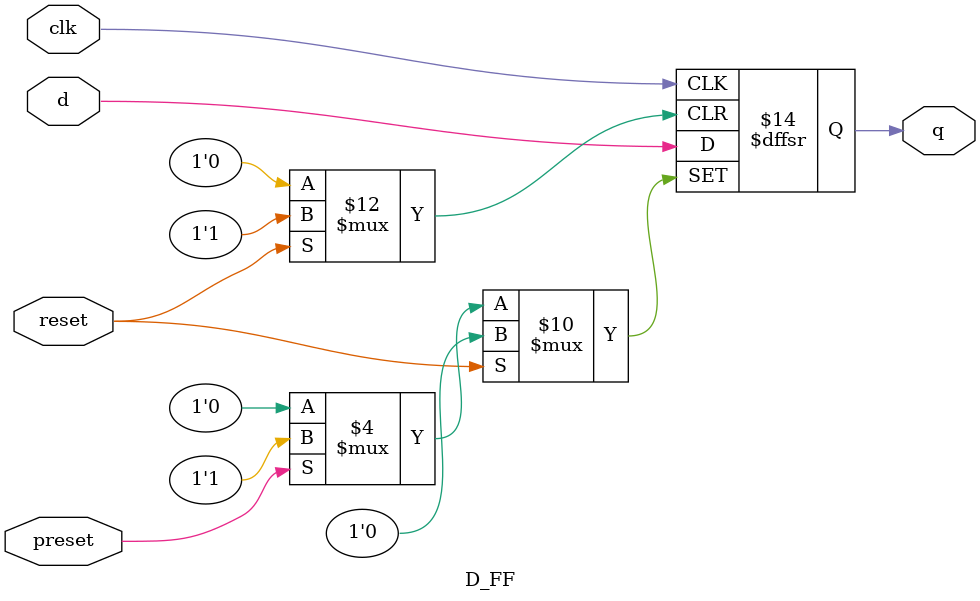
<source format=v>
module pulseGenArr(Q, in, clk);
    output [17:0] Q;
    input [17:0] in;
    input clk;

    pulseGen pg0(Q[0], in[0], clk);
    pulseGen pg1(Q[1], in[1], clk);
    pulseGen pg2(Q[2], in[2], clk);
    pulseGen pg3(Q[3], in[3], clk);
    pulseGen pg4(Q[4], in[4], clk);
    pulseGen pg5(Q[5], in[5], clk);
    pulseGen pg6(Q[6], in[6], clk);
    pulseGen pg7(Q[7], in[7], clk);
    pulseGen pg8(Q[8], in[8], clk);
    pulseGen pg9(Q[9], in[9], clk);
    pulseGen pg10(Q[10], in[10], clk);
    pulseGen pg11(Q[11], in[11], clk);
    pulseGen pg12(Q[12], in[12], clk);
    pulseGen pg13(Q[13], in[13], clk);
    pulseGen pg14(Q[14], in[14], clk);
    pulseGen pg15(Q[15], in[15], clk);
    pulseGen pg16(Q[16], in[16], clk);
    pulseGen pg17(Q[17], in[17], clk);
endmodule

module pulseGen(q, in, clk);
    output q;
    input in, clk;
    wire nin, QN1;
    wire [1:0] Q;

    not not0(nin, in);
    not not1(QN1, Q[1]);
    and and0(q, QN1, Q[0]);

    D_FF d0(Q[0], in, clk, 1'b0, nin);
    D_FF d1(Q[1], Q[0], clk, 1'b0, nin);
endmodule

module D_FF (q, d, clk, preset, reset);
	input d, clk, preset, reset;
	output q;
	reg q;

	always @(posedge reset or posedge preset or posedge clk)
        if(reset)
            q <= 1'b0;
        else if(preset)
            q <= 1'b1;
        else
            q <= d;
endmodule
</source>
